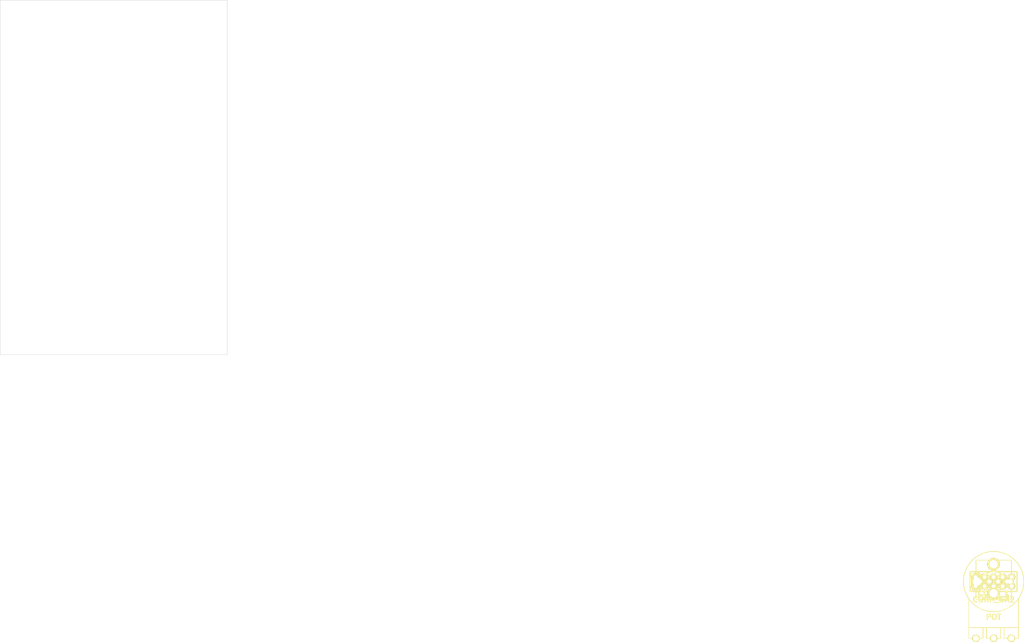
<source format=kicad_pcb>
(kicad_pcb (version 3) (host pcbnew "(2013-07-07 BZR 4022)-stable")

  (general
    (links 42)
    (no_connects 30)
    (area 0 0 0 0)
    (thickness 1.6)
    (drawings 4)
    (tracks 0)
    (zones 0)
    (modules 17)
    (nets 17)
  )

  (page A3)
  (layers
    (15 F.Cu signal)
    (0 B.Cu signal)
    (16 B.Adhes user)
    (17 F.Adhes user)
    (18 B.Paste user)
    (19 F.Paste user)
    (20 B.SilkS user)
    (21 F.SilkS user)
    (22 B.Mask user)
    (23 F.Mask user)
    (24 Dwgs.User user)
    (25 Cmts.User user)
    (26 Eco1.User user)
    (27 Eco2.User user)
    (28 Edge.Cuts user)
  )

  (setup
    (last_trace_width 0.254)
    (trace_clearance 0.254)
    (zone_clearance 0.508)
    (zone_45_only no)
    (trace_min 0.254)
    (segment_width 0.2)
    (edge_width 0.1)
    (via_size 0.889)
    (via_drill 0.635)
    (via_min_size 0.889)
    (via_min_drill 0.508)
    (uvia_size 0.508)
    (uvia_drill 0.127)
    (uvias_allowed no)
    (uvia_min_size 0.508)
    (uvia_min_drill 0.127)
    (pcb_text_width 0.3)
    (pcb_text_size 1.5 1.5)
    (mod_edge_width 0.15)
    (mod_text_size 1 1)
    (mod_text_width 0.15)
    (pad_size 1.5 1.5)
    (pad_drill 0.6)
    (pad_to_mask_clearance 0)
    (aux_axis_origin 0 0)
    (visible_elements FFFFFFBF)
    (pcbplotparams
      (layerselection 3178497)
      (usegerberextensions true)
      (excludeedgelayer true)
      (linewidth 0.150000)
      (plotframeref false)
      (viasonmask false)
      (mode 1)
      (useauxorigin false)
      (hpglpennumber 1)
      (hpglpenspeed 20)
      (hpglpendiameter 15)
      (hpglpenoverlay 2)
      (psnegative false)
      (psa4output false)
      (plotreference true)
      (plotvalue true)
      (plotothertext true)
      (plotinvisibletext false)
      (padsonsilk false)
      (subtractmaskfromsilk false)
      (outputformat 1)
      (mirror false)
      (drillshape 1)
      (scaleselection 1)
      (outputdirectory ""))
  )

  (net 0 "")
  (net 1 +12V)
  (net 2 +VCC)
  (net 3 -12V)
  (net 4 "1V/OCT JACK")
  (net 5 "AUDIO IN 2")
  (net 6 "AUDIO JACK 1")
  (net 7 "AUDIO JACK 2")
  (net 8 "AUDIO OUT JACK")
  (net 9 "CV 1")
  (net 10 "CV 2")
  (net 11 "CV JACK 1")
  (net 12 "CV JACK 2")
  (net 13 "FREQ POT W")
  (net 14 GND)
  (net 15 "RES POT +")
  (net 16 "RES POT W")

  (net_class Default "This is the default net class."
    (clearance 0.254)
    (trace_width 0.254)
    (via_dia 0.889)
    (via_drill 0.635)
    (uvia_dia 0.508)
    (uvia_drill 0.127)
    (add_net "")
    (add_net +12V)
    (add_net +VCC)
    (add_net -12V)
    (add_net "1V/OCT JACK")
    (add_net "AUDIO IN 2")
    (add_net "AUDIO JACK 1")
    (add_net "AUDIO JACK 2")
    (add_net "AUDIO OUT JACK")
    (add_net "CV 1")
    (add_net "CV 2")
    (add_net "CV JACK 1")
    (add_net "CV JACK 2")
    (add_net "FREQ POT W")
    (add_net GND)
    (add_net "RES POT +")
    (add_net "RES POT W")
  )

  (module RV16A-41 (layer F.Cu) (tedit 51A159F7) (tstamp 52CB7888)
    (at 280 64)
    (path /52C63697)
    (fp_text reference RV5 (at 0 -13) (layer F.SilkS) hide
      (effects (font (size 1.524 1.524) (thickness 0.3048)))
    )
    (fp_text value POT (at 0 9.99998) (layer F.SilkS)
      (effects (font (size 1.524 1.524) (thickness 0.3048)))
    )
    (fp_line (start -3 13) (end -3 16) (layer F.SilkS) (width 0.15))
    (fp_line (start -3 16) (end -7 16) (layer F.SilkS) (width 0.15))
    (fp_line (start 2 13) (end 2 16) (layer F.SilkS) (width 0.15))
    (fp_line (start 2 16) (end -2 16) (layer F.SilkS) (width 0.15))
    (fp_line (start -2 16) (end -2 13) (layer F.SilkS) (width 0.15))
    (fp_line (start 7 16) (end 3 16) (layer F.SilkS) (width 0.15))
    (fp_line (start 3 16) (end 3 13) (layer F.SilkS) (width 0.15))
    (fp_line (start -7 13) (end 7 13) (layer F.SilkS) (width 0.15))
    (fp_line (start 7 16) (end 7 5) (layer F.SilkS) (width 0.15))
    (fp_line (start -7 16) (end -7 5) (layer F.SilkS) (width 0.15))
    (fp_circle (center 0 0) (end 0 3) (layer F.SilkS) (width 0.15))
    (fp_circle (center 0 0) (end 0 8.5) (layer F.SilkS) (width 0.15))
    (pad 2 thru_hole circle (at 0 16) (size 1.99898 1.99898) (drill 1.30048)
      (layers *.Cu *.Mask F.SilkS)
      (net 16 "RES POT W")
    )
    (pad 3 thru_hole circle (at 5 16) (size 1.99898 1.99898) (drill 1.30048)
      (layers *.Cu *.Mask F.SilkS)
      (net 15 "RES POT +")
    )
    (pad 1 thru_hole circle (at -5 16) (size 1.99898 1.99898) (drill 1.30048)
      (layers *.Cu *.Mask F.SilkS)
      (net 14 GND)
    )
  )

  (module RV16A-41 (layer F.Cu) (tedit 51A159F7) (tstamp 52CB789B)
    (at 280 64)
    (path /52C63691)
    (fp_text reference RV4 (at 0 -13) (layer F.SilkS) hide
      (effects (font (size 1.524 1.524) (thickness 0.3048)))
    )
    (fp_text value POT (at 0 9.99998) (layer F.SilkS)
      (effects (font (size 1.524 1.524) (thickness 0.3048)))
    )
    (fp_line (start -3 13) (end -3 16) (layer F.SilkS) (width 0.15))
    (fp_line (start -3 16) (end -7 16) (layer F.SilkS) (width 0.15))
    (fp_line (start 2 13) (end 2 16) (layer F.SilkS) (width 0.15))
    (fp_line (start 2 16) (end -2 16) (layer F.SilkS) (width 0.15))
    (fp_line (start -2 16) (end -2 13) (layer F.SilkS) (width 0.15))
    (fp_line (start 7 16) (end 3 16) (layer F.SilkS) (width 0.15))
    (fp_line (start 3 16) (end 3 13) (layer F.SilkS) (width 0.15))
    (fp_line (start -7 13) (end 7 13) (layer F.SilkS) (width 0.15))
    (fp_line (start 7 16) (end 7 5) (layer F.SilkS) (width 0.15))
    (fp_line (start -7 16) (end -7 5) (layer F.SilkS) (width 0.15))
    (fp_circle (center 0 0) (end 0 3) (layer F.SilkS) (width 0.15))
    (fp_circle (center 0 0) (end 0 8.5) (layer F.SilkS) (width 0.15))
    (pad 2 thru_hole circle (at 0 16) (size 1.99898 1.99898) (drill 1.30048)
      (layers *.Cu *.Mask F.SilkS)
      (net 13 "FREQ POT W")
    )
    (pad 3 thru_hole circle (at 5 16) (size 1.99898 1.99898) (drill 1.30048)
      (layers *.Cu *.Mask F.SilkS)
      (net 2 +VCC)
    )
    (pad 1 thru_hole circle (at -5 16) (size 1.99898 1.99898) (drill 1.30048)
      (layers *.Cu *.Mask F.SilkS)
      (net 14 GND)
    )
  )

  (module RV16A-41 (layer F.Cu) (tedit 51A159F7) (tstamp 52CB78AE)
    (at 280 64)
    (path /52C6368B)
    (fp_text reference RV3 (at 0 -13) (layer F.SilkS) hide
      (effects (font (size 1.524 1.524) (thickness 0.3048)))
    )
    (fp_text value POT (at 0 9.99998) (layer F.SilkS)
      (effects (font (size 1.524 1.524) (thickness 0.3048)))
    )
    (fp_line (start -3 13) (end -3 16) (layer F.SilkS) (width 0.15))
    (fp_line (start -3 16) (end -7 16) (layer F.SilkS) (width 0.15))
    (fp_line (start 2 13) (end 2 16) (layer F.SilkS) (width 0.15))
    (fp_line (start 2 16) (end -2 16) (layer F.SilkS) (width 0.15))
    (fp_line (start -2 16) (end -2 13) (layer F.SilkS) (width 0.15))
    (fp_line (start 7 16) (end 3 16) (layer F.SilkS) (width 0.15))
    (fp_line (start 3 16) (end 3 13) (layer F.SilkS) (width 0.15))
    (fp_line (start -7 13) (end 7 13) (layer F.SilkS) (width 0.15))
    (fp_line (start 7 16) (end 7 5) (layer F.SilkS) (width 0.15))
    (fp_line (start -7 16) (end -7 5) (layer F.SilkS) (width 0.15))
    (fp_circle (center 0 0) (end 0 3) (layer F.SilkS) (width 0.15))
    (fp_circle (center 0 0) (end 0 8.5) (layer F.SilkS) (width 0.15))
    (pad 2 thru_hole circle (at 0 16) (size 1.99898 1.99898) (drill 1.30048)
      (layers *.Cu *.Mask F.SilkS)
      (net 10 "CV 2")
    )
    (pad 3 thru_hole circle (at 5 16) (size 1.99898 1.99898) (drill 1.30048)
      (layers *.Cu *.Mask F.SilkS)
      (net 12 "CV JACK 2")
    )
    (pad 1 thru_hole circle (at -5 16) (size 1.99898 1.99898) (drill 1.30048)
      (layers *.Cu *.Mask F.SilkS)
      (net 14 GND)
    )
  )

  (module RV16A-41 (layer F.Cu) (tedit 51A159F7) (tstamp 52CB78C1)
    (at 280 64)
    (path /52C63685)
    (fp_text reference RV2 (at 0 -13) (layer F.SilkS) hide
      (effects (font (size 1.524 1.524) (thickness 0.3048)))
    )
    (fp_text value POT (at 0 9.99998) (layer F.SilkS)
      (effects (font (size 1.524 1.524) (thickness 0.3048)))
    )
    (fp_line (start -3 13) (end -3 16) (layer F.SilkS) (width 0.15))
    (fp_line (start -3 16) (end -7 16) (layer F.SilkS) (width 0.15))
    (fp_line (start 2 13) (end 2 16) (layer F.SilkS) (width 0.15))
    (fp_line (start 2 16) (end -2 16) (layer F.SilkS) (width 0.15))
    (fp_line (start -2 16) (end -2 13) (layer F.SilkS) (width 0.15))
    (fp_line (start 7 16) (end 3 16) (layer F.SilkS) (width 0.15))
    (fp_line (start 3 16) (end 3 13) (layer F.SilkS) (width 0.15))
    (fp_line (start -7 13) (end 7 13) (layer F.SilkS) (width 0.15))
    (fp_line (start 7 16) (end 7 5) (layer F.SilkS) (width 0.15))
    (fp_line (start -7 16) (end -7 5) (layer F.SilkS) (width 0.15))
    (fp_circle (center 0 0) (end 0 3) (layer F.SilkS) (width 0.15))
    (fp_circle (center 0 0) (end 0 8.5) (layer F.SilkS) (width 0.15))
    (pad 2 thru_hole circle (at 0 16) (size 1.99898 1.99898) (drill 1.30048)
      (layers *.Cu *.Mask F.SilkS)
      (net 9 "CV 1")
    )
    (pad 3 thru_hole circle (at 5 16) (size 1.99898 1.99898) (drill 1.30048)
      (layers *.Cu *.Mask F.SilkS)
      (net 11 "CV JACK 1")
    )
    (pad 1 thru_hole circle (at -5 16) (size 1.99898 1.99898) (drill 1.30048)
      (layers *.Cu *.Mask F.SilkS)
      (net 14 GND)
    )
  )

  (module RV16A-41 (layer F.Cu) (tedit 51A159F7) (tstamp 52CB78D4)
    (at 280 64)
    (path /52C63678)
    (fp_text reference RV1 (at 0 -13) (layer F.SilkS) hide
      (effects (font (size 1.524 1.524) (thickness 0.3048)))
    )
    (fp_text value POT (at 0 9.99998) (layer F.SilkS)
      (effects (font (size 1.524 1.524) (thickness 0.3048)))
    )
    (fp_line (start -3 13) (end -3 16) (layer F.SilkS) (width 0.15))
    (fp_line (start -3 16) (end -7 16) (layer F.SilkS) (width 0.15))
    (fp_line (start 2 13) (end 2 16) (layer F.SilkS) (width 0.15))
    (fp_line (start 2 16) (end -2 16) (layer F.SilkS) (width 0.15))
    (fp_line (start -2 16) (end -2 13) (layer F.SilkS) (width 0.15))
    (fp_line (start 7 16) (end 3 16) (layer F.SilkS) (width 0.15))
    (fp_line (start 3 16) (end 3 13) (layer F.SilkS) (width 0.15))
    (fp_line (start -7 13) (end 7 13) (layer F.SilkS) (width 0.15))
    (fp_line (start 7 16) (end 7 5) (layer F.SilkS) (width 0.15))
    (fp_line (start -7 16) (end -7 5) (layer F.SilkS) (width 0.15))
    (fp_circle (center 0 0) (end 0 3) (layer F.SilkS) (width 0.15))
    (fp_circle (center 0 0) (end 0 8.5) (layer F.SilkS) (width 0.15))
    (pad 2 thru_hole circle (at 0 16) (size 1.99898 1.99898) (drill 1.30048)
      (layers *.Cu *.Mask F.SilkS)
      (net 5 "AUDIO IN 2")
    )
    (pad 3 thru_hole circle (at 5 16) (size 1.99898 1.99898) (drill 1.30048)
      (layers *.Cu *.Mask F.SilkS)
      (net 7 "AUDIO JACK 2")
    )
    (pad 1 thru_hole circle (at -5 16) (size 1.99898 1.99898) (drill 1.30048)
      (layers *.Cu *.Mask F.SilkS)
      (net 14 GND)
    )
  )

  (module PJ-301B-JACK (layer F.Cu) (tedit 52649960) (tstamp 52CB78E2)
    (at 280 64)
    (path /52C24377)
    (fp_text reference J4 (at 0 10) (layer F.SilkS) hide
      (effects (font (size 1.5 1.5) (thickness 0.15)))
    )
    (fp_text value JACK_MONO_SW (at 0 -12) (layer F.SilkS) hide
      (effects (font (size 1.5 1.5) (thickness 0.15)))
    )
    (fp_circle (center 0 0) (end 2.5 1.5) (layer F.SilkS) (width 0.15))
    (fp_line (start 5 5) (end -5 5) (layer F.SilkS) (width 0.15))
    (fp_line (start -5 5) (end -5 -6) (layer F.SilkS) (width 0.15))
    (fp_line (start -5 -6) (end 5 -6) (layer F.SilkS) (width 0.15))
    (fp_line (start 5 -6) (end 5 5) (layer F.SilkS) (width 0.15))
    (fp_circle (center 0 0) (end 2 0) (layer F.SilkS) (width 0.15))
    (pad 1 thru_hole oval (at -4.7 0) (size 3.5 5) (drill 2.25)
      (layers *.Cu *.Mask F.SilkS)
      (net 12 "CV JACK 2")
    )
    (pad 1 thru_hole oval (at 4.7 0) (size 2 3.5) (drill 1.25)
      (layers *.Cu *.Mask F.SilkS)
      (net 12 "CV JACK 2")
    )
    (pad 3 thru_hole oval (at 0 -4.9) (size 3.5 3.5) (drill 2.25)
      (layers *.Cu *.Mask F.SilkS)
      (net 14 GND)
    )
    (pad 2 thru_hole oval (at 0 3.3) (size 3.5 3.5) (drill 2.25)
      (layers *.Cu *.Mask F.SilkS)
    )
  )

  (module PJ-301B-JACK (layer F.Cu) (tedit 52649960) (tstamp 52CB78F0)
    (at 280 64)
    (path /52C2437D)
    (fp_text reference J6 (at 0 10) (layer F.SilkS) hide
      (effects (font (size 1.5 1.5) (thickness 0.15)))
    )
    (fp_text value JACK_MONO_SW (at 0 -12) (layer F.SilkS) hide
      (effects (font (size 1.5 1.5) (thickness 0.15)))
    )
    (fp_circle (center 0 0) (end 2.5 1.5) (layer F.SilkS) (width 0.15))
    (fp_line (start 5 5) (end -5 5) (layer F.SilkS) (width 0.15))
    (fp_line (start -5 5) (end -5 -6) (layer F.SilkS) (width 0.15))
    (fp_line (start -5 -6) (end 5 -6) (layer F.SilkS) (width 0.15))
    (fp_line (start 5 -6) (end 5 5) (layer F.SilkS) (width 0.15))
    (fp_circle (center 0 0) (end 2 0) (layer F.SilkS) (width 0.15))
    (pad 1 thru_hole oval (at -4.7 0) (size 3.5 5) (drill 2.25)
      (layers *.Cu *.Mask F.SilkS)
      (net 8 "AUDIO OUT JACK")
    )
    (pad 1 thru_hole oval (at 4.7 0) (size 2 3.5) (drill 1.25)
      (layers *.Cu *.Mask F.SilkS)
      (net 8 "AUDIO OUT JACK")
    )
    (pad 3 thru_hole oval (at 0 -4.9) (size 3.5 3.5) (drill 2.25)
      (layers *.Cu *.Mask F.SilkS)
      (net 14 GND)
    )
    (pad 2 thru_hole oval (at 0 3.3) (size 3.5 3.5) (drill 2.25)
      (layers *.Cu *.Mask F.SilkS)
    )
  )

  (module PJ-301B-JACK (layer F.Cu) (tedit 52649960) (tstamp 52CB78FE)
    (at 280 64)
    (path /52C24371)
    (fp_text reference J5 (at 0 10) (layer F.SilkS) hide
      (effects (font (size 1.5 1.5) (thickness 0.15)))
    )
    (fp_text value JACK_MONO_SW (at 0 -12) (layer F.SilkS) hide
      (effects (font (size 1.5 1.5) (thickness 0.15)))
    )
    (fp_circle (center 0 0) (end 2.5 1.5) (layer F.SilkS) (width 0.15))
    (fp_line (start 5 5) (end -5 5) (layer F.SilkS) (width 0.15))
    (fp_line (start -5 5) (end -5 -6) (layer F.SilkS) (width 0.15))
    (fp_line (start -5 -6) (end 5 -6) (layer F.SilkS) (width 0.15))
    (fp_line (start 5 -6) (end 5 5) (layer F.SilkS) (width 0.15))
    (fp_circle (center 0 0) (end 2 0) (layer F.SilkS) (width 0.15))
    (pad 1 thru_hole oval (at -4.7 0) (size 3.5 5) (drill 2.25)
      (layers *.Cu *.Mask F.SilkS)
      (net 4 "1V/OCT JACK")
    )
    (pad 1 thru_hole oval (at 4.7 0) (size 2 3.5) (drill 1.25)
      (layers *.Cu *.Mask F.SilkS)
      (net 4 "1V/OCT JACK")
    )
    (pad 3 thru_hole oval (at 0 -4.9) (size 3.5 3.5) (drill 2.25)
      (layers *.Cu *.Mask F.SilkS)
      (net 14 GND)
    )
    (pad 2 thru_hole oval (at 0 3.3) (size 3.5 3.5) (drill 2.25)
      (layers *.Cu *.Mask F.SilkS)
    )
  )

  (module PJ-301B-JACK (layer F.Cu) (tedit 52649960) (tstamp 52CB7993)
    (at 280 64)
    (path /52C24365)
    (fp_text reference J3 (at 0 10) (layer F.SilkS) hide
      (effects (font (size 1.5 1.5) (thickness 0.15)))
    )
    (fp_text value JACK_MONO_SW (at 0 -12) (layer F.SilkS) hide
      (effects (font (size 1.5 1.5) (thickness 0.15)))
    )
    (fp_circle (center 0 0) (end 2.5 1.5) (layer F.SilkS) (width 0.15))
    (fp_line (start 5 5) (end -5 5) (layer F.SilkS) (width 0.15))
    (fp_line (start -5 5) (end -5 -6) (layer F.SilkS) (width 0.15))
    (fp_line (start -5 -6) (end 5 -6) (layer F.SilkS) (width 0.15))
    (fp_line (start 5 -6) (end 5 5) (layer F.SilkS) (width 0.15))
    (fp_circle (center 0 0) (end 2 0) (layer F.SilkS) (width 0.15))
    (pad 1 thru_hole oval (at -4.7 0) (size 3.5 5) (drill 2.25)
      (layers *.Cu *.Mask F.SilkS)
      (net 11 "CV JACK 1")
    )
    (pad 1 thru_hole oval (at 4.7 0) (size 2 3.5) (drill 1.25)
      (layers *.Cu *.Mask F.SilkS)
      (net 11 "CV JACK 1")
    )
    (pad 3 thru_hole oval (at 0 -4.9) (size 3.5 3.5) (drill 2.25)
      (layers *.Cu *.Mask F.SilkS)
      (net 14 GND)
    )
    (pad 2 thru_hole oval (at 0 3.3) (size 3.5 3.5) (drill 2.25)
      (layers *.Cu *.Mask F.SilkS)
    )
  )

  (module PJ-301B-JACK (layer F.Cu) (tedit 52649960) (tstamp 52CB791A)
    (at 280 64)
    (path /52C24355)
    (fp_text reference J1 (at 0 10) (layer F.SilkS) hide
      (effects (font (size 1.5 1.5) (thickness 0.15)))
    )
    (fp_text value JACK_MONO_SW (at 0 -12) (layer F.SilkS) hide
      (effects (font (size 1.5 1.5) (thickness 0.15)))
    )
    (fp_circle (center 0 0) (end 2.5 1.5) (layer F.SilkS) (width 0.15))
    (fp_line (start 5 5) (end -5 5) (layer F.SilkS) (width 0.15))
    (fp_line (start -5 5) (end -5 -6) (layer F.SilkS) (width 0.15))
    (fp_line (start -5 -6) (end 5 -6) (layer F.SilkS) (width 0.15))
    (fp_line (start 5 -6) (end 5 5) (layer F.SilkS) (width 0.15))
    (fp_circle (center 0 0) (end 2 0) (layer F.SilkS) (width 0.15))
    (pad 1 thru_hole oval (at -4.7 0) (size 3.5 5) (drill 2.25)
      (layers *.Cu *.Mask F.SilkS)
      (net 6 "AUDIO JACK 1")
    )
    (pad 1 thru_hole oval (at 4.7 0) (size 2 3.5) (drill 1.25)
      (layers *.Cu *.Mask F.SilkS)
      (net 6 "AUDIO JACK 1")
    )
    (pad 3 thru_hole oval (at 0 -4.9) (size 3.5 3.5) (drill 2.25)
      (layers *.Cu *.Mask F.SilkS)
      (net 14 GND)
    )
    (pad 2 thru_hole oval (at 0 3.3) (size 3.5 3.5) (drill 2.25)
      (layers *.Cu *.Mask F.SilkS)
    )
  )

  (module PJ-301B-JACK (layer F.Cu) (tedit 52649960) (tstamp 52CB7928)
    (at 280 64)
    (path /52C242C0)
    (fp_text reference J2 (at 0 10) (layer F.SilkS) hide
      (effects (font (size 1.5 1.5) (thickness 0.15)))
    )
    (fp_text value JACK_MONO_SW (at 0 -12) (layer F.SilkS) hide
      (effects (font (size 1.5 1.5) (thickness 0.15)))
    )
    (fp_circle (center 0 0) (end 2.5 1.5) (layer F.SilkS) (width 0.15))
    (fp_line (start 5 5) (end -5 5) (layer F.SilkS) (width 0.15))
    (fp_line (start -5 5) (end -5 -6) (layer F.SilkS) (width 0.15))
    (fp_line (start -5 -6) (end 5 -6) (layer F.SilkS) (width 0.15))
    (fp_line (start 5 -6) (end 5 5) (layer F.SilkS) (width 0.15))
    (fp_circle (center 0 0) (end 2 0) (layer F.SilkS) (width 0.15))
    (pad 1 thru_hole oval (at -4.7 0) (size 3.5 5) (drill 2.25)
      (layers *.Cu *.Mask F.SilkS)
      (net 7 "AUDIO JACK 2")
    )
    (pad 1 thru_hole oval (at 4.7 0) (size 2 3.5) (drill 1.25)
      (layers *.Cu *.Mask F.SilkS)
      (net 7 "AUDIO JACK 2")
    )
    (pad 3 thru_hole oval (at 0 -4.9) (size 3.5 3.5) (drill 2.25)
      (layers *.Cu *.Mask F.SilkS)
      (net 14 GND)
    )
    (pad 2 thru_hole oval (at 0 3.3) (size 3.5 3.5) (drill 2.25)
      (layers *.Cu *.Mask F.SilkS)
    )
  )

  (module CONN_0100_X_4 (layer F.Cu) (tedit 5202583B) (tstamp 52CB7935)
    (at 280 64)
    (path /52C242B2)
    (fp_text reference JP4 (at 0 -5.00126) (layer F.SilkS) hide
      (effects (font (size 1.524 1.524) (thickness 0.3048)))
    )
    (fp_text value CONN_4 (at 0 4.50088) (layer F.SilkS)
      (effects (font (size 1.524 1.524) (thickness 0.3048)))
    )
    (fp_line (start -2.54 -1.524) (end -2.54 1.524) (layer F.SilkS) (width 0.381))
    (fp_line (start -5.334 -1.524) (end -5.334 1.524) (layer F.SilkS) (width 0.381))
    (fp_line (start -5.334 1.524) (end 5.334 1.524) (layer F.SilkS) (width 0.381))
    (fp_line (start 5.334 1.524) (end 5.334 -1.524) (layer F.SilkS) (width 0.381))
    (fp_line (start 5.334 -1.524) (end -5.334 -1.524) (layer F.SilkS) (width 0.381))
    (pad 1 thru_hole rect (at -3.81 0) (size 1.99898 1.99898) (drill 1.016)
      (layers *.Cu *.Mask F.SilkS)
      (net 1 +12V)
    )
    (pad 2 thru_hole circle (at -1.27 0) (size 1.99898 1.99898) (drill 1.016)
      (layers *.Cu *.Mask F.SilkS)
      (net 14 GND)
    )
    (pad 3 thru_hole circle (at 1.27 0) (size 1.99898 1.99898) (drill 1.016)
      (layers *.Cu *.Mask F.SilkS)
      (net 14 GND)
    )
    (pad 4 thru_hole circle (at 3.81 0) (size 1.99898 1.99898) (drill 1.016)
      (layers *.Cu *.Mask F.SilkS)
      (net 3 -12V)
    )
  )

  (module CONN_0100_X_4 (layer F.Cu) (tedit 5202583B) (tstamp 52CB7942)
    (at 280 64)
    (path /52C242B4)
    (fp_text reference JP1 (at 0 -5.00126) (layer F.SilkS) hide
      (effects (font (size 1.524 1.524) (thickness 0.3048)))
    )
    (fp_text value CONN_4 (at 0 4.50088) (layer F.SilkS)
      (effects (font (size 1.524 1.524) (thickness 0.3048)))
    )
    (fp_line (start -2.54 -1.524) (end -2.54 1.524) (layer F.SilkS) (width 0.381))
    (fp_line (start -5.334 -1.524) (end -5.334 1.524) (layer F.SilkS) (width 0.381))
    (fp_line (start -5.334 1.524) (end 5.334 1.524) (layer F.SilkS) (width 0.381))
    (fp_line (start 5.334 1.524) (end 5.334 -1.524) (layer F.SilkS) (width 0.381))
    (fp_line (start 5.334 -1.524) (end -5.334 -1.524) (layer F.SilkS) (width 0.381))
    (pad 1 thru_hole rect (at -3.81 0) (size 1.99898 1.99898) (drill 1.016)
      (layers *.Cu *.Mask F.SilkS)
      (net 4 "1V/OCT JACK")
    )
    (pad 2 thru_hole circle (at -1.27 0) (size 1.99898 1.99898) (drill 1.016)
      (layers *.Cu *.Mask F.SilkS)
      (net 10 "CV 2")
    )
    (pad 3 thru_hole circle (at 1.27 0) (size 1.99898 1.99898) (drill 1.016)
      (layers *.Cu *.Mask F.SilkS)
      (net 9 "CV 1")
    )
    (pad 4 thru_hole circle (at 3.81 0) (size 1.99898 1.99898) (drill 1.016)
      (layers *.Cu *.Mask F.SilkS)
      (net 13 "FREQ POT W")
    )
  )

  (module CONN_0100_X_4 (layer F.Cu) (tedit 5202583B) (tstamp 52CB794F)
    (at 280 64)
    (path /52C242B3)
    (fp_text reference JP2 (at 0 -5.00126) (layer F.SilkS) hide
      (effects (font (size 1.524 1.524) (thickness 0.3048)))
    )
    (fp_text value CONN_4 (at 0 4.50088) (layer F.SilkS)
      (effects (font (size 1.524 1.524) (thickness 0.3048)))
    )
    (fp_line (start -2.54 -1.524) (end -2.54 1.524) (layer F.SilkS) (width 0.381))
    (fp_line (start -5.334 -1.524) (end -5.334 1.524) (layer F.SilkS) (width 0.381))
    (fp_line (start -5.334 1.524) (end 5.334 1.524) (layer F.SilkS) (width 0.381))
    (fp_line (start 5.334 1.524) (end 5.334 -1.524) (layer F.SilkS) (width 0.381))
    (fp_line (start 5.334 -1.524) (end -5.334 -1.524) (layer F.SilkS) (width 0.381))
    (pad 1 thru_hole rect (at -3.81 0) (size 1.99898 1.99898) (drill 1.016)
      (layers *.Cu *.Mask F.SilkS)
      (net 15 "RES POT +")
    )
    (pad 2 thru_hole circle (at -1.27 0) (size 1.99898 1.99898) (drill 1.016)
      (layers *.Cu *.Mask F.SilkS)
      (net 16 "RES POT W")
    )
    (pad 3 thru_hole circle (at 1.27 0) (size 1.99898 1.99898) (drill 1.016)
      (layers *.Cu *.Mask F.SilkS)
      (net 5 "AUDIO IN 2")
    )
    (pad 4 thru_hole circle (at 3.81 0) (size 1.99898 1.99898) (drill 1.016)
      (layers *.Cu *.Mask F.SilkS)
      (net 6 "AUDIO JACK 1")
    )
  )

  (module CONN_0100_X_2 (layer F.Cu) (tedit 5298C31F) (tstamp 52CB7959)
    (at 280 64)
    (path /52C242B5)
    (fp_text reference JP3 (at 0 -5.00126) (layer F.SilkS) hide
      (effects (font (size 1.524 1.524) (thickness 0.3048)))
    )
    (fp_text value CONN_2 (at 0 4.50088) (layer F.SilkS)
      (effects (font (size 1.524 1.524) (thickness 0.3048)))
    )
    (fp_line (start -2.794 -1.524) (end 2.54 -1.524) (layer F.SilkS) (width 0.381))
    (fp_line (start 2.54 -1.524) (end 2.54 1.524) (layer F.SilkS) (width 0.381))
    (fp_line (start 2.54 1.524) (end -2.794 1.524) (layer F.SilkS) (width 0.381))
    (fp_line (start -2.794 -1.524) (end -2.794 1.524) (layer F.SilkS) (width 0.381))
    (pad 1 thru_hole rect (at -1.27 0) (size 1.99898 1.99898) (drill 1.016)
      (layers *.Cu *.Mask F.SilkS)
      (net 14 GND)
    )
    (pad 2 thru_hole circle (at 1.27 0) (size 1.99898 1.99898) (drill 1.016)
      (layers *.Cu *.Mask F.SilkS)
      (net 8 "AUDIO OUT JACK")
    )
  )

  (module CONN_0100_X_1 (layer F.Cu) (tedit 51A02F5D) (tstamp 52CB7962)
    (at 280 64)
    (path /52C62D86)
    (fp_text reference P1 (at 0 -2.99974) (layer F.SilkS) hide
      (effects (font (size 1.524 1.524) (thickness 0.3048)))
    )
    (fp_text value CONN_1 (at 0 3.50012) (layer F.SilkS)
      (effects (font (size 1.524 1.524) (thickness 0.3048)))
    )
    (fp_line (start -2.667 1.524) (end 0.127 1.524) (layer F.SilkS) (width 0.3556))
    (fp_line (start -2.667 -1.524) (end 0.254 -1.524) (layer F.SilkS) (width 0.3556))
    (fp_line (start -2.794 1.524) (end -2.794 -1.524) (layer F.SilkS) (width 0.3556))
    (fp_line (start 0.254 -1.524) (end 0.254 1.524) (layer F.SilkS) (width 0.3556))
    (pad 1 thru_hole rect (at -1.27 0) (size 1.99898 1.99898) (drill 1.016)
      (layers *.Cu *.Mask F.SilkS)
      (net 2 +VCC)
    )
  )

  (module CONN_0100_2X5_10 (layer F.Cu) (tedit 52C6323C) (tstamp 52CB7976)
    (at 280 64)
    (path /52C2449A)
    (fp_text reference P2 (at 0 -7.62) (layer F.SilkS) hide
      (effects (font (size 1.524 1.524) (thickness 0.3048)))
    )
    (fp_text value CONN_5X2 (at 0 5.08) (layer F.SilkS)
      (effects (font (size 1.524 1.524) (thickness 0.3048)))
    )
    (fp_line (start 6.604 -2.794) (end 6.604 2.794) (layer F.SilkS) (width 0.381))
    (fp_line (start 6.604 2.794) (end -6.604 2.794) (layer F.SilkS) (width 0.381))
    (fp_line (start -6.604 -2.794) (end 6.604 -2.794) (layer F.SilkS) (width 0.381))
    (fp_line (start -3.81 0) (end -3.81 2.794) (layer F.SilkS) (width 0.381))
    (fp_line (start -3.81 0) (end -6.604 0) (layer F.SilkS) (width 0.381))
    (fp_line (start -6.604 2.794) (end -6.604 -2.794) (layer F.SilkS) (width 0.381))
    (pad 7 thru_hole circle (at 2.54 1.27) (size 1.99898 1.99898) (drill 1.016)
      (layers *.Cu *.Mask F.SilkS)
      (net 14 GND)
    )
    (pad 5 thru_hole circle (at 0 1.27) (size 1.99898 1.99898) (drill 1.016)
      (layers *.Cu *.Mask F.SilkS)
      (net 14 GND)
    )
    (pad 9 thru_hole circle (at 5.08 1.27) (size 1.99898 1.99898) (drill 1.016)
      (layers *.Cu *.Mask F.SilkS)
      (net 3 -12V)
    )
    (pad 3 thru_hole circle (at -2.54 1.27) (size 1.99898 1.99898) (drill 1.016)
      (layers *.Cu *.Mask F.SilkS)
      (net 14 GND)
    )
    (pad 1 thru_hole rect (at -5.08 1.27) (size 1.99898 1.99898) (drill 1.016)
      (layers *.Cu *.Mask F.SilkS)
      (net 1 +12V)
    )
    (pad 2 thru_hole circle (at -5.08 -1.27) (size 1.99898 1.99898) (drill 1.016)
      (layers *.Cu *.Mask F.SilkS)
      (net 1 +12V)
    )
    (pad 4 thru_hole circle (at -2.54 -1.27) (size 1.99898 1.99898) (drill 1.016)
      (layers *.Cu *.Mask F.SilkS)
      (net 14 GND)
    )
    (pad 6 thru_hole circle (at 0 -1.27) (size 1.99898 1.99898) (drill 1.016)
      (layers *.Cu *.Mask F.SilkS)
      (net 14 GND)
    )
    (pad 8 thru_hole circle (at 2.54 -1.27) (size 1.99898 1.99898) (drill 1.016)
      (layers *.Cu *.Mask F.SilkS)
      (net 14 GND)
    )
    (pad 10 thru_hole circle (at 5.08 -1.27) (size 1.99898 1.99898) (drill 1.016)
      (layers *.Cu *.Mask F.SilkS)
      (net 3 -12V)
    )
  )

  (gr_line (start 64 -100) (end 0 -100) (angle 90) (layer Edge.Cuts) (width 0.1))
  (gr_line (start 64 0) (end 64 -100) (angle 90) (layer Edge.Cuts) (width 0.1))
  (gr_line (start 0 0) (end 64 0) (angle 90) (layer Edge.Cuts) (width 0.1))
  (gr_line (start 0 0) (end 0 -100) (angle 90) (layer Edge.Cuts) (width 0.1))

)

</source>
